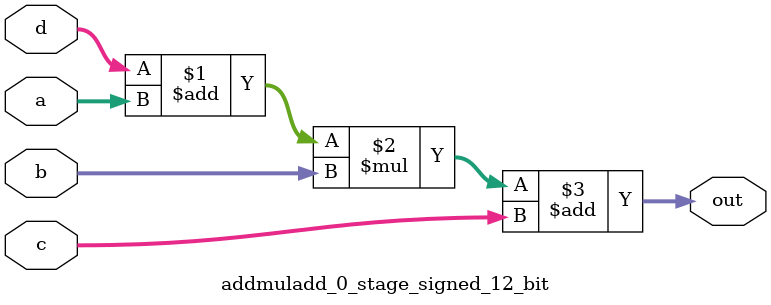
<source format=sv>
(* use_dsp = "yes" *) module addmuladd_0_stage_signed_12_bit(
	input signed [11:0] a,
	input signed [11:0] b,
	input signed [11:0] c,
	input signed [11:0] d,
	output [11:0] out
	);

	assign out = ((d + a) * b) + c;
endmodule

</source>
